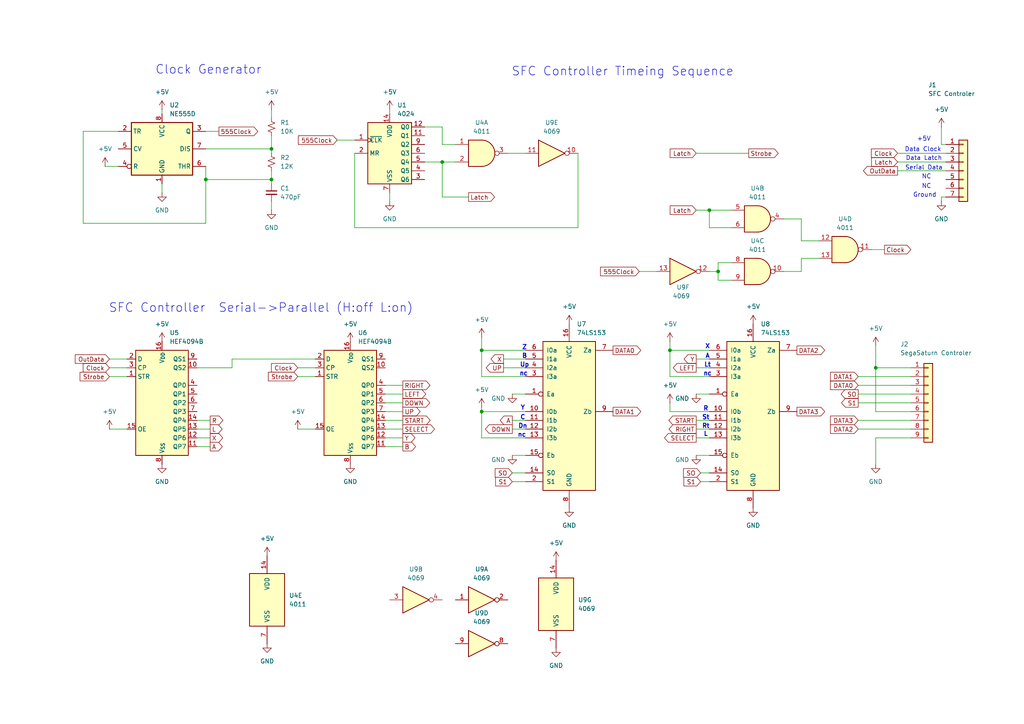
<source format=kicad_sch>
(kicad_sch (version 20231120) (generator "eeschema") (generator_version "8.0")
  (paper "A4")
  (lib_symbols
    (symbol "4xxx:4011" (pin_names (offset 1.016))
      (property "Reference" "U" (at 0 1.27 0))
      (property "Value" "4011" (at 0 -1.27 0))
      (symbol "4011_1_1"
        (arc (start 0 -3.81) (mid 3.7934 0) (end 0 3.81) (stroke (width 0.254)) (fill (type background)))
        (polyline (pts (xy 0 3.81) (xy -3.81 3.81) (xy -3.81 -3.81) (xy 0 -3.81)) (stroke (width 0.254)) (fill (type background)))
        (pin input line (at -7.62 2.54 0) (length 3.81) (name "~") (number "1"))
        (pin input line (at -7.62 -2.54 0) (length 3.81) (name "~") (number "2"))
        (pin output inverted (at 7.62 0 180) (length 3.81) (name "~") (number "3"))
      )
      (symbol "4011_1_2"
        (arc (start -3.81 -3.81) (mid -2.589 0) (end -3.81 3.81) (stroke (width 0.254)))
        (arc (start -0.6096 -3.81) (mid 2.1842 -2.5851) (end 3.81 0) (stroke (width 0.254)) (fill (type background)))
        (polyline (pts (xy -3.81 -3.81) (xy -0.635 -3.81)) (stroke (width 0.254)) (fill (type background)))
        (polyline (pts (xy -3.81 3.81) (xy -0.635 3.81)) (stroke (width 0.254)) (fill (type background)))
        (polyline (pts (xy -0.635 3.81) (xy -3.81 3.81) (xy -3.81 3.81) (xy -3.556 3.4036) (xy -3.0226 2.2606) (xy -2.6924 1.0414) (xy -2.6162 -0.254) (xy -2.7686 -1.4986) (xy -3.175 -2.7178) (xy -3.81 -3.81) (xy -3.81 -3.81) (xy -0.635 -3.81)) (stroke (width -25.4)) (fill (type background)))
        (arc (start 3.81 0) (mid 2.1915 2.5936) (end -0.6096 3.81) (stroke (width 0.254)) (fill (type background)))
        (pin input inverted (at -7.62 2.54 0) (length 4.318) (name "~") (number "1"))
        (pin input inverted (at -7.62 -2.54 0) (length 4.318) (name "~") (number "2"))
        (pin output line (at 7.62 0 180) (length 3.81) (name "~") (number "3"))
      )
      (symbol "4011_2_1"
        (arc (start 0 -3.81) (mid 3.7934 0) (end 0 3.81) (stroke (width 0.254)) (fill (type background)))
        (polyline (pts (xy 0 3.81) (xy -3.81 3.81) (xy -3.81 -3.81) (xy 0 -3.81)) (stroke (width 0.254)) (fill (type background)))
        (pin output inverted (at 7.62 0 180) (length 3.81) (name "~") (number "4"))
        (pin input line (at -7.62 2.54 0) (length 3.81) (name "~") (number "5"))
        (pin input line (at -7.62 -2.54 0) (length 3.81) (name "~") (number "6"))
      )
      (symbol "4011_2_2"
        (arc (start -3.81 -3.81) (mid -2.589 0) (end -3.81 3.81) (stroke (width 0.254)))
        (arc (start -0.6096 -3.81) (mid 2.1842 -2.5851) (end 3.81 0) (stroke (width 0.254)) (fill (type background)))
        (polyline (pts (xy -3.81 -3.81) (xy -0.635 -3.81)) (stroke (width 0.254)) (fill (type background)))
        (polyline (pts (xy -3.81 3.81) (xy -0.635 3.81)) (stroke (width 0.254)) (fill (type background)))
        (polyline (pts (xy -0.635 3.81) (xy -3.81 3.81) (xy -3.81 3.81) (xy -3.556 3.4036) (xy -3.0226 2.2606) (xy -2.6924 1.0414) (xy -2.6162 -0.254) (xy -2.7686 -1.4986) (xy -3.175 -2.7178) (xy -3.81 -3.81) (xy -3.81 -3.81) (xy -0.635 -3.81)) (stroke (width -25.4)) (fill (type background)))
        (arc (start 3.81 0) (mid 2.1915 2.5936) (end -0.6096 3.81) (stroke (width 0.254)) (fill (type background)))
        (pin output line (at 7.62 0 180) (length 3.81) (name "~") (number "4"))
        (pin input inverted (at -7.62 2.54 0) (length 4.318) (name "~") (number "5"))
        (pin input inverted (at -7.62 -2.54 0) (length 4.318) (name "~") (number "6"))
      )
      (symbol "4011_3_1"
        (arc (start 0 -3.81) (mid 3.7934 0) (end 0 3.81) (stroke (width 0.254)) (fill (type background)))
        (polyline (pts (xy 0 3.81) (xy -3.81 3.81) (xy -3.81 -3.81) (xy 0 -3.81)) (stroke (width 0.254)) (fill (type background)))
        (pin output inverted (at 7.62 0 180) (length 3.81) (name "~") (number "10"))
        (pin input line (at -7.62 2.54 0) (length 3.81) (name "~") (number "8"))
        (pin input line (at -7.62 -2.54 0) (length 3.81) (name "~") (number "9"))
      )
      (symbol "4011_3_2"
        (arc (start -3.81 -3.81) (mid -2.589 0) (end -3.81 3.81) (stroke (width 0.254)))
        (arc (start -0.6096 -3.81) (mid 2.1842 -2.5851) (end 3.81 0) (stroke (width 0.254)) (fill (type background)))
        (polyline (pts (xy -3.81 -3.81) (xy -0.635 -3.81)) (stroke (width 0.254)) (fill (type background)))
        (polyline (pts (xy -3.81 3.81) (xy -0.635 3.81)) (stroke (width 0.254)) (fill (type background)))
        (polyline (pts (xy -0.635 3.81) (xy -3.81 3.81) (xy -3.81 3.81) (xy -3.556 3.4036) (xy -3.0226 2.2606) (xy -2.6924 1.0414) (xy -2.6162 -0.254) (xy -2.7686 -1.4986) (xy -3.175 -2.7178) (xy -3.81 -3.81) (xy -3.81 -3.81) (xy -0.635 -3.81)) (stroke (width -25.4)) (fill (type background)))
        (arc (start 3.81 0) (mid 2.1915 2.5936) (end -0.6096 3.81) (stroke (width 0.254)) (fill (type background)))
        (pin output line (at 7.62 0 180) (length 3.81) (name "~") (number "10"))
        (pin input inverted (at -7.62 2.54 0) (length 4.318) (name "~") (number "8"))
        (pin input inverted (at -7.62 -2.54 0) (length 4.318) (name "~") (number "9"))
      )
      (symbol "4011_4_1"
        (arc (start 0 -3.81) (mid 3.7934 0) (end 0 3.81) (stroke (width 0.254)) (fill (type background)))
        (polyline (pts (xy 0 3.81) (xy -3.81 3.81) (xy -3.81 -3.81) (xy 0 -3.81)) (stroke (width 0.254)) (fill (type background)))
        (pin output inverted (at 7.62 0 180) (length 3.81) (name "~") (number "11"))
        (pin input line (at -7.62 2.54 0) (length 3.81) (name "~") (number "12"))
        (pin input line (at -7.62 -2.54 0) (length 3.81) (name "~") (number "13"))
      )
      (symbol "4011_4_2"
        (arc (start -3.81 -3.81) (mid -2.589 0) (end -3.81 3.81) (stroke (width 0.254)))
        (arc (start -0.6096 -3.81) (mid 2.1842 -2.5851) (end 3.81 0) (stroke (width 0.254)) (fill (type background)))
        (polyline (pts (xy -3.81 -3.81) (xy -0.635 -3.81)) (stroke (width 0.254)) (fill (type background)))
        (polyline (pts (xy -3.81 3.81) (xy -0.635 3.81)) (stroke (width 0.254)) (fill (type background)))
        (polyline (pts (xy -0.635 3.81) (xy -3.81 3.81) (xy -3.81 3.81) (xy -3.556 3.4036) (xy -3.0226 2.2606) (xy -2.6924 1.0414) (xy -2.6162 -0.254) (xy -2.7686 -1.4986) (xy -3.175 -2.7178) (xy -3.81 -3.81) (xy -3.81 -3.81) (xy -0.635 -3.81)) (stroke (width -25.4)) (fill (type background)))
        (arc (start 3.81 0) (mid 2.1915 2.5936) (end -0.6096 3.81) (stroke (width 0.254)) (fill (type background)))
        (pin output line (at 7.62 0 180) (length 3.81) (name "~") (number "11"))
        (pin input inverted (at -7.62 2.54 0) (length 4.318) (name "~") (number "12"))
        (pin input inverted (at -7.62 -2.54 0) (length 4.318) (name "~") (number "13"))
      )
      (symbol "4011_5_0"
        (pin power_in line (at 0 12.7 270) (length 5.08) (name "VDD") (number "14"))
        (pin power_in line (at 0 -12.7 90) (length 5.08) (name "VSS") (number "7"))
      )
      (symbol "4011_5_1"
        (rectangle (start -5.08 7.62) (end 5.08 -7.62) (stroke (width 0.254)) (fill (type background)))
      )
    )
    (symbol "4xxx:4069" (pin_names (offset 1.016))
      (property "Reference" "U" (at 0 1.27 0))
      (property "Value" "4069" (at 0 -1.27 0))
      (symbol "4069_1_0"
        (polyline (pts (xy -3.81 3.81) (xy -3.81 -3.81) (xy 3.81 0) (xy -3.81 3.81)) (stroke (width 0.254)) (fill (type background)))
        (pin input line (at -7.62 0 0) (length 3.81) (name "~") (number "1"))
        (pin output inverted (at 7.62 0 180) (length 3.81) (name "~") (number "2"))
      )
      (symbol "4069_2_0"
        (polyline (pts (xy -3.81 3.81) (xy -3.81 -3.81) (xy 3.81 0) (xy -3.81 3.81)) (stroke (width 0.254)) (fill (type background)))
        (pin input line (at -7.62 0 0) (length 3.81) (name "~") (number "3"))
        (pin output inverted (at 7.62 0 180) (length 3.81) (name "~") (number "4"))
      )
      (symbol "4069_3_0"
        (polyline (pts (xy -3.81 3.81) (xy -3.81 -3.81) (xy 3.81 0) (xy -3.81 3.81)) (stroke (width 0.254)) (fill (type background)))
        (pin input line (at -7.62 0 0) (length 3.81) (name "~") (number "5"))
        (pin output inverted (at 7.62 0 180) (length 3.81) (name "~") (number "6"))
      )
      (symbol "4069_4_0"
        (polyline (pts (xy -3.81 3.81) (xy -3.81 -3.81) (xy 3.81 0) (xy -3.81 3.81)) (stroke (width 0.254)) (fill (type background)))
        (pin output inverted (at 7.62 0 180) (length 3.81) (name "~") (number "8"))
        (pin input line (at -7.62 0 0) (length 3.81) (name "~") (number "9"))
      )
      (symbol "4069_5_0"
        (polyline (pts (xy -3.81 3.81) (xy -3.81 -3.81) (xy 3.81 0) (xy -3.81 3.81)) (stroke (width 0.254)) (fill (type background)))
        (pin output inverted (at 7.62 0 180) (length 3.81) (name "~") (number "10"))
        (pin input line (at -7.62 0 0) (length 3.81) (name "~") (number "11"))
      )
      (symbol "4069_6_0"
        (polyline (pts (xy -3.81 3.81) (xy -3.81 -3.81) (xy 3.81 0) (xy -3.81 3.81)) (stroke (width 0.254)) (fill (type background)))
        (pin output inverted (at 7.62 0 180) (length 3.81) (name "~") (number "12"))
        (pin input line (at -7.62 0 0) (length 3.81) (name "~") (number "13"))
      )
      (symbol "4069_7_0"
        (pin power_in line (at 0 12.7 270) (length 5.08) (name "VDD") (number "14"))
        (pin power_in line (at 0 -12.7 90) (length 5.08) (name "VSS") (number "7"))
      )
      (symbol "4069_7_1"
        (rectangle (start -5.08 7.62) (end 5.08 -7.62) (stroke (width 0.254)) (fill (type background)))
      )
    )
    (symbol "4xxx:HEF4094B"
      (property "Reference" "U" (at -6.858 17.018 0))
      (property "Value" "HEF4094B" (at 6.858 16.764 0))
      (symbol "HEF4094B_1_0"
        (pin output line (at 10.16 10.16 180) (length 2.54) (name "QS2") (number "10"))
        (pin output line (at 10.16 -12.7 180) (length 2.54) (name "QP7") (number "11"))
        (pin output line (at 10.16 -10.16 180) (length 2.54) (name "QP6") (number "12"))
        (pin output line (at 10.16 -7.62 180) (length 2.54) (name "QP5") (number "13"))
        (pin output line (at 10.16 -5.08 180) (length 2.54) (name "QP4") (number "14"))
        (pin input line (at -10.16 -7.62 0) (length 2.54) (name "OE") (number "15"))
        (pin power_in line (at 0 17.78 270) (length 2.54) (name "V_{DD}") (number "16"))
        (pin output line (at 10.16 2.54 180) (length 2.54) (name "QP1") (number "5"))
        (pin output line (at 10.16 0 180) (length 2.54) (name "QP2") (number "6"))
        (pin output line (at 10.16 -2.54 180) (length 2.54) (name "QP3") (number "7"))
        (pin power_in line (at 0 -17.78 90) (length 2.54) (name "V_{SS}") (number "8"))
        (pin output line (at 10.16 12.7 180) (length 2.54) (name "QS1") (number "9"))
      )
      (symbol "HEF4094B_1_1"
        (rectangle (start -7.62 15.24) (end 7.62 -15.24) (stroke (width 0.254)) (fill (type background)))
        (pin input line (at -10.16 7.62 0) (length 2.54) (name "STR") (number "1"))
        (pin input line (at -10.16 12.7 0) (length 2.54) (name "D") (number "2"))
        (pin input line (at -10.16 10.16 0) (length 2.54) (name "CP") (number "3"))
        (pin output line (at 10.16 5.08 180) (length 2.54) (name "QP0") (number "4"))
      )
    )
    (symbol "4xxx_IEEE:4024"
      (property "Reference" "U" (at 5.08 11.43 0))
      (property "Value" "4024" (at 10.16 -10.16 0))
      (symbol "4024_0_0"
        (rectangle (start -6.35 10.16) (end 6.35 -7.62) (stroke (width 0.254)) (fill (type background)))
        (pin power_in line (at 0 12.7 270) (length 2.54) (name "VDD") (number "14"))
        (pin power_in line (at 0 -10.16 90) (length 2.54) (name "VSS") (number "7"))
      )
      (symbol "4024_1_1"
        (pin input clock (at -10.16 5.08 0) (length 3.81) (name "~{CLK}") (number "1"))
        (pin output line (at 10.16 6.35 180) (length 3.81) (name "Q1") (number "11"))
        (pin output line (at 10.16 8.89 180) (length 3.81) (name "Q0") (number "12"))
        (pin input line (at -10.16 1.27 0) (length 3.81) (name "MR") (number "2"))
        (pin output line (at 10.16 -6.35 180) (length 3.81) (name "Q6") (number "3"))
        (pin output line (at 10.16 -3.81 180) (length 3.81) (name "Q5") (number "4"))
        (pin output line (at 10.16 -1.27 180) (length 3.81) (name "Q4") (number "5"))
        (pin output line (at 10.16 1.27 180) (length 3.81) (name "Q3") (number "6"))
        (pin output line (at 10.16 3.81 180) (length 3.81) (name "Q2") (number "9"))
      )
    )
    (symbol "74xx:74LS153" (pin_names (offset 1.016))
      (property "Reference" "U" (at -7.62 21.59 0))
      (property "Value" "74LS153" (at -7.62 -24.13 0))
      (symbol "74LS153_1_0"
        (pin input inverted (at -12.7 5.08 0) (length 5.08) (name "Ea") (number "1"))
        (pin input line (at -12.7 0 0) (length 5.08) (name "I0b") (number "10"))
        (pin input line (at -12.7 -2.54 0) (length 5.08) (name "I1b") (number "11"))
        (pin input line (at -12.7 -5.08 0) (length 5.08) (name "I2b") (number "12"))
        (pin input line (at -12.7 -7.62 0) (length 5.08) (name "I3b") (number "13"))
        (pin input line (at -12.7 -17.78 0) (length 5.08) (name "S0") (number "14"))
        (pin input inverted (at -12.7 -12.7 0) (length 5.08) (name "Eb") (number "15"))
        (pin power_in line (at 0 25.4 270) (length 5.08) (name "VCC") (number "16"))
        (pin input line (at -12.7 -20.32 0) (length 5.08) (name "S1") (number "2"))
        (pin input line (at -12.7 10.16 0) (length 5.08) (name "I3a") (number "3"))
        (pin input line (at -12.7 12.7 0) (length 5.08) (name "I2a") (number "4"))
        (pin input line (at -12.7 15.24 0) (length 5.08) (name "I1a") (number "5"))
        (pin input line (at -12.7 17.78 0) (length 5.08) (name "I0a") (number "6"))
        (pin output line (at 12.7 17.78 180) (length 5.08) (name "Za") (number "7"))
        (pin power_in line (at 0 -27.94 90) (length 5.08) (name "GND") (number "8"))
        (pin output line (at 12.7 0 180) (length 5.08) (name "Zb") (number "9"))
      )
      (symbol "74LS153_1_1"
        (rectangle (start -7.62 20.32) (end 7.62 -22.86) (stroke (width 0.254)) (fill (type background)))
      )
    )
    (symbol "Connector_Generic:Conn_01x07" (pin_names (offset 1.016) hide)
      (property "Reference" "J" (at 0 10.16 0))
      (property "Value" "Conn_01x07" (at 0 -10.16 0))
      (symbol "Conn_01x07_1_1"
        (rectangle (start -1.27 -7.493) (end 0 -7.747) (stroke (width 0.1524)))
        (rectangle (start -1.27 -4.953) (end 0 -5.207) (stroke (width 0.1524)))
        (rectangle (start -1.27 -2.413) (end 0 -2.667) (stroke (width 0.1524)))
        (rectangle (start -1.27 0.127) (end 0 -0.127) (stroke (width 0.1524)))
        (rectangle (start -1.27 2.667) (end 0 2.413) (stroke (width 0.1524)))
        (rectangle (start -1.27 5.207) (end 0 4.953) (stroke (width 0.1524)))
        (rectangle (start -1.27 7.747) (end 0 7.493) (stroke (width 0.1524)))
        (rectangle (start -1.27 8.89) (end 1.27 -8.89) (stroke (width 0.254)) (fill (type background)))
        (pin passive line (at -5.08 7.62 0) (length 3.81) (name "Pin_1") (number "1"))
        (pin passive line (at -5.08 5.08 0) (length 3.81) (name "Pin_2") (number "2"))
        (pin passive line (at -5.08 2.54 0) (length 3.81) (name "Pin_3") (number "3"))
        (pin passive line (at -5.08 0 0) (length 3.81) (name "Pin_4") (number "4"))
        (pin passive line (at -5.08 -2.54 0) (length 3.81) (name "Pin_5") (number "5"))
        (pin passive line (at -5.08 -5.08 0) (length 3.81) (name "Pin_6") (number "6"))
        (pin passive line (at -5.08 -7.62 0) (length 3.81) (name "Pin_7") (number "7"))
      )
    )
    (symbol "Connector_Generic:Conn_01x09" (pin_names (offset 1.016) hide)
      (property "Reference" "J" (at 0 12.7 0))
      (property "Value" "Conn_01x09" (at 0 -12.7 0))
      (symbol "Conn_01x09_1_1"
        (rectangle (start -1.27 -10.033) (end 0 -10.287) (stroke (width 0.1524)))
        (rectangle (start -1.27 -7.493) (end 0 -7.747) (stroke (width 0.1524)))
        (rectangle (start -1.27 -4.953) (end 0 -5.207) (stroke (width 0.1524)))
        (rectangle (start -1.27 -2.413) (end 0 -2.667) (stroke (width 0.1524)))
        (rectangle (start -1.27 0.127) (end 0 -0.127) (stroke (width 0.1524)))
        (rectangle (start -1.27 2.667) (end 0 2.413) (stroke (width 0.1524)))
        (rectangle (start -1.27 5.207) (end 0 4.953) (stroke (width 0.1524)))
        (rectangle (start -1.27 7.747) (end 0 7.493) (stroke (width 0.1524)))
        (rectangle (start -1.27 10.287) (end 0 10.033) (stroke (width 0.1524)))
        (rectangle (start -1.27 11.43) (end 1.27 -11.43) (stroke (width 0.254)) (fill (type background)))
        (pin passive line (at -5.08 10.16 0) (length 3.81) (name "Pin_1") (number "1"))
        (pin passive line (at -5.08 7.62 0) (length 3.81) (name "Pin_2") (number "2"))
        (pin passive line (at -5.08 5.08 0) (length 3.81) (name "Pin_3") (number "3"))
        (pin passive line (at -5.08 2.54 0) (length 3.81) (name "Pin_4") (number "4"))
        (pin passive line (at -5.08 0 0) (length 3.81) (name "Pin_5") (number "5"))
        (pin passive line (at -5.08 -2.54 0) (length 3.81) (name "Pin_6") (number "6"))
        (pin passive line (at -5.08 -5.08 0) (length 3.81) (name "Pin_7") (number "7"))
        (pin passive line (at -5.08 -7.62 0) (length 3.81) (name "Pin_8") (number "8"))
        (pin passive line (at -5.08 -10.16 0) (length 3.81) (name "Pin_9") (number "9"))
      )
    )
    (symbol "Device:C_Small" (pin_numbers hide) (pin_names (offset 0.254) hide)
      (property "Reference" "C" (at 0.254 1.778 0))
      (property "Value" "C_Small" (at 0.254 -2.032 0))
      (symbol "C_Small_0_1"
        (polyline (pts (xy -1.524 -0.508) (xy 1.524 -0.508)) (stroke (width 0.3302)))
        (polyline (pts (xy -1.524 0.508) (xy 1.524 0.508)) (stroke (width 0.3048)))
      )
      (symbol "C_Small_1_1"
        (pin passive line (at 0 2.54 270) (length 2.032) (name "~") (number "1"))
        (pin passive line (at 0 -2.54 90) (length 2.032) (name "~") (number "2"))
      )
    )
    (symbol "Device:R_Small_US" (pin_numbers hide) (pin_names (offset 0.254) hide)
      (property "Reference" "R" (at 0.762 0.508 0))
      (property "Value" "R_Small_US" (at 0.762 -1.016 0))
      (symbol "R_Small_US_1_1"
        (polyline (pts (xy 0 0) (xy 1.016 -0.381) (xy 0 -0.762) (xy -1.016 -1.143) (xy 0 -1.524)))
        (polyline (pts (xy 0 1.524) (xy 1.016 1.143) (xy 0 0.762) (xy -1.016 0.381) (xy 0 0)))
        (pin passive line (at 0 2.54 270) (length 1.016) (name "~") (number "1"))
        (pin passive line (at 0 -2.54 90) (length 1.016) (name "~") (number "2"))
      )
    )
    (symbol "Timer:NE555D"
      (property "Reference" "U" (at -10.16 8.89 0))
      (property "Value" "NE555D" (at 2.54 8.89 0))
      (symbol "NE555D_0_0"
        (pin power_in line (at 0 -10.16 90) (length 2.54) (name "GND") (number "1"))
        (pin power_in line (at 0 10.16 270) (length 2.54) (name "VCC") (number "8"))
      )
      (symbol "NE555D_0_1"
        (rectangle (start -8.89 -7.62) (end 8.89 7.62) (stroke (width 0.254)) (fill (type background)))
        (rectangle (start -8.89 -7.62) (end 8.89 7.62) (stroke (width 0.254)) (fill (type background)))
      )
      (symbol "NE555D_1_1"
        (pin input line (at -12.7 5.08 0) (length 3.81) (name "TR") (number "2"))
        (pin output line (at 12.7 5.08 180) (length 3.81) (name "Q") (number "3"))
        (pin input inverted (at -12.7 -5.08 0) (length 3.81) (name "R") (number "4"))
        (pin input line (at -12.7 0 0) (length 3.81) (name "CV") (number "5"))
        (pin input line (at 12.7 -5.08 180) (length 3.81) (name "THR") (number "6"))
        (pin input line (at 12.7 0 180) (length 3.81) (name "DIS") (number "7"))
      )
    )
    (symbol "power:+5V" (power) (pin_numbers hide) (pin_names (offset 0) hide)
      (property "Value" "+5V" (at 0 3.556 0))
      (symbol "+5V_0_1"
        (polyline (pts (xy -0.762 1.27) (xy 0 2.54)))
        (polyline (pts (xy 0 0) (xy 0 2.54)))
        (polyline (pts (xy 0 2.54) (xy 0.762 1.27)))
      )
      (symbol "+5V_1_1"
        (pin power_in line (at 0 0 90) (length 0) (name "~") (number "1"))
      )
    )
    (symbol "power:GND" (power) (pin_numbers hide) (pin_names (offset 0) hide)
      (property "Value" "GND" (at 0 -3.81 0))
      (symbol "GND_0_1"
        (polyline (pts (xy 0 0) (xy 0 -1.27) (xy 1.27 -1.27) (xy 0 -2.54) (xy -1.27 -1.27) (xy 0 -1.27)))
      )
      (symbol "GND_1_1"
        (pin power_in line (at 0 0 270) (length 0) (name "~") (number "1"))
      )
    )
  )
  (junction (at 78.74 52.07))
  (junction (at 254 106.68))
  (junction (at 205.74 60.96))
  (junction (at 208.28 78.74))
  (junction (at 78.74 43.18))
  (junction (at 128.27 46.99))
  (junction (at 139.7 119.38))
  (junction (at 139.7 101.6))
  (junction (at 59.69 52.07))
  (junction (at 194.31 101.6))
  (wire (pts (xy 194.31 101.6) (xy 194.31 99.06)))
  (wire (pts (xy 248.92 111.76) (xy 264.16 111.76)))
  (wire (pts (xy 248.92 116.84) (xy 264.16 116.84)))
  (wire (pts (xy 201.93 114.3) (xy 205.74 114.3)))
  (wire (pts (xy 232.41 74.93) (xy 232.41 78.74)))
  (wire (pts (xy 205.74 101.6) (xy 194.31 101.6)))
  (wire (pts (xy 31.75 124.46) (xy 36.83 124.46)))
  (wire (pts (xy 78.74 58.42) (xy 78.74 60.96)))
  (wire (pts (xy 102.87 44.45) (xy 102.87 66.04)))
  (wire (pts (xy 203.2 137.16) (xy 205.74 137.16)))
  (wire (pts (xy 201.93 104.14) (xy 205.74 104.14)))
  (wire (pts (xy 232.41 78.74) (xy 227.33 78.74)))
  (wire (pts (xy 57.15 129.54) (xy 60.96 129.54)))
  (wire (pts (xy 123.19 46.99) (xy 128.27 46.99)))
  (wire (pts (xy 59.69 43.18) (xy 78.74 43.18)))
  (wire (pts (xy 128.27 41.91) (xy 132.08 41.91)))
  (wire (pts (xy 116.84 127) (xy 111.76 127)))
  (wire (pts (xy 237.49 74.93) (xy 232.41 74.93)))
  (wire (pts (xy 123.19 36.83) (xy 128.27 36.83)))
  (wire (pts (xy 24.13 38.1) (xy 24.13 64.77)))
  (wire (pts (xy 86.36 109.22) (xy 91.44 109.22)))
  (wire (pts (xy 264.16 106.68) (xy 254 106.68)))
  (wire (pts (xy 67.31 106.68) (xy 67.31 104.14)))
  (wire (pts (xy 205.74 60.96) (xy 205.74 66.04)))
  (wire (pts (xy 227.33 63.5) (xy 232.41 63.5)))
  (wire (pts (xy 201.93 60.96) (xy 205.74 60.96)))
  (wire (pts (xy 152.4 127) (xy 139.7 127)))
  (wire (pts (xy 111.76 121.92) (xy 116.84 121.92)))
  (wire (pts (xy 46.99 53.34) (xy 46.99 55.88)))
  (wire (pts (xy 116.84 129.54) (xy 111.76 129.54)))
  (wire (pts (xy 86.36 124.46) (xy 91.44 124.46)))
  (wire (pts (xy 260.35 49.53) (xy 274.32 49.53)))
  (wire (pts (xy 201.93 132.08) (xy 205.74 132.08)))
  (wire (pts (xy 57.15 124.46) (xy 60.96 124.46)))
  (wire (pts (xy 248.92 124.46) (xy 264.16 124.46)))
  (wire (pts (xy 57.15 106.68) (xy 67.31 106.68)))
  (wire (pts (xy 201.93 106.68) (xy 205.74 106.68)))
  (wire (pts (xy 30.48 48.26) (xy 34.29 48.26)))
  (wire (pts (xy 201.93 124.46) (xy 205.74 124.46)))
  (wire (pts (xy 111.76 111.76) (xy 116.84 111.76)))
  (wire (pts (xy 148.59 132.08) (xy 152.4 132.08)))
  (wire (pts (xy 254 106.68) (xy 254 100.33)))
  (wire (pts (xy 111.76 116.84) (xy 116.84 116.84)))
  (wire (pts (xy 59.69 64.77) (xy 59.69 52.07)))
  (wire (pts (xy 139.7 97.79) (xy 139.7 101.6)))
  (wire (pts (xy 128.27 36.83) (xy 128.27 41.91)))
  (wire (pts (xy 86.36 106.68) (xy 91.44 106.68)))
  (wire (pts (xy 31.75 104.14) (xy 36.83 104.14)))
  (wire (pts (xy 208.28 76.2) (xy 208.28 78.74)))
  (wire (pts (xy 57.15 121.92) (xy 60.96 121.92)))
  (wire (pts (xy 139.7 119.38) (xy 139.7 127)))
  (wire (pts (xy 24.13 64.77) (xy 59.69 64.77)))
  (wire (pts (xy 274.32 57.15) (xy 273.05 57.15)))
  (wire (pts (xy 232.41 63.5) (xy 232.41 69.85)))
  (wire (pts (xy 111.76 119.38) (xy 116.84 119.38)))
  (wire (pts (xy 212.09 66.04) (xy 205.74 66.04)))
  (wire (pts (xy 232.41 69.85) (xy 237.49 69.85)))
  (wire (pts (xy 152.4 119.38) (xy 139.7 119.38)))
  (wire (pts (xy 31.75 109.22) (xy 36.83 109.22)))
  (wire (pts (xy 34.29 38.1) (xy 24.13 38.1)))
  (wire (pts (xy 205.74 78.74) (xy 208.28 78.74)))
  (wire (pts (xy 254 127) (xy 254 134.62)))
  (wire (pts (xy 185.42 78.74) (xy 190.5 78.74)))
  (wire (pts (xy 148.59 139.7) (xy 152.4 139.7)))
  (wire (pts (xy 254 119.38) (xy 254 106.68)))
  (wire (pts (xy 264.16 127) (xy 254 127)))
  (wire (pts (xy 78.74 31.75) (xy 78.74 34.29)))
  (wire (pts (xy 208.28 81.28) (xy 212.09 81.28)))
  (wire (pts (xy 148.59 121.92) (xy 152.4 121.92)))
  (wire (pts (xy 194.31 109.22) (xy 194.31 101.6)))
  (wire (pts (xy 248.92 109.22) (xy 264.16 109.22)))
  (wire (pts (xy 139.7 101.6) (xy 152.4 101.6)))
  (wire (pts (xy 57.15 127) (xy 60.96 127)))
  (wire (pts (xy 148.59 137.16) (xy 152.4 137.16)))
  (wire (pts (xy 102.87 66.04) (xy 167.64 66.04)))
  (wire (pts (xy 113.03 55.88) (xy 113.03 58.42)))
  (wire (pts (xy 113.03 31.75) (xy 113.03 33.02)))
  (wire (pts (xy 273.05 57.15) (xy 273.05 58.42)))
  (wire (pts (xy 59.69 52.07) (xy 78.74 52.07)))
  (wire (pts (xy 260.35 46.99) (xy 274.32 46.99)))
  (wire (pts (xy 256.54 72.39) (xy 252.73 72.39)))
  (wire (pts (xy 205.74 109.22) (xy 194.31 109.22)))
  (wire (pts (xy 128.27 46.99) (xy 128.27 57.15)))
  (wire (pts (xy 78.74 39.37) (xy 78.74 43.18)))
  (wire (pts (xy 274.32 41.91) (xy 273.05 41.91)))
  (wire (pts (xy 203.2 139.7) (xy 205.74 139.7)))
  (wire (pts (xy 147.32 44.45) (xy 152.4 44.45)))
  (wire (pts (xy 208.28 78.74) (xy 208.28 81.28)))
  (wire (pts (xy 78.74 43.18) (xy 78.74 44.45)))
  (wire (pts (xy 205.74 119.38) (xy 194.31 119.38)))
  (wire (pts (xy 260.35 44.45) (xy 274.32 44.45)))
  (wire (pts (xy 97.79 40.64) (xy 102.87 40.64)))
  (wire (pts (xy 139.7 118.11) (xy 139.7 119.38)))
  (wire (pts (xy 31.75 106.68) (xy 36.83 106.68)))
  (wire (pts (xy 111.76 114.3) (xy 116.84 114.3)))
  (wire (pts (xy 248.92 121.92) (xy 264.16 121.92)))
  (wire (pts (xy 146.05 106.68) (xy 152.4 106.68)))
  (wire (pts (xy 59.69 38.1) (xy 63.5 38.1)))
  (wire (pts (xy 78.74 49.53) (xy 78.74 52.07)))
  (wire (pts (xy 264.16 119.38) (xy 254 119.38)))
  (wire (pts (xy 201.93 44.45) (xy 217.17 44.45)))
  (wire (pts (xy 201.93 121.92) (xy 205.74 121.92)))
  (wire (pts (xy 167.64 66.04) (xy 167.64 44.45)))
  (wire (pts (xy 111.76 124.46) (xy 116.84 124.46)))
  (wire (pts (xy 194.31 119.38) (xy 194.31 116.84)))
  (wire (pts (xy 67.31 104.14) (xy 91.44 104.14)))
  (wire (pts (xy 248.92 114.3) (xy 264.16 114.3)))
  (wire (pts (xy 273.05 41.91) (xy 273.05 36.83)))
  (wire (pts (xy 46.99 31.75) (xy 46.99 33.02)))
  (wire (pts (xy 59.69 52.07) (xy 59.69 48.26)))
  (wire (pts (xy 146.05 104.14) (xy 152.4 104.14)))
  (wire (pts (xy 148.59 124.46) (xy 152.4 124.46)))
  (wire (pts (xy 148.59 114.3) (xy 152.4 114.3)))
  (wire (pts (xy 128.27 46.99) (xy 132.08 46.99)))
  (wire (pts (xy 78.74 52.07) (xy 78.74 53.34)))
  (wire (pts (xy 205.74 60.96) (xy 212.09 60.96)))
  (wire (pts (xy 212.09 76.2) (xy 208.28 76.2)))
  (wire (pts (xy 139.7 109.22) (xy 152.4 109.22)))
  (wire (pts (xy 139.7 101.6) (xy 139.7 109.22)))
  (wire (pts (xy 201.93 127) (xy 205.74 127)))
  (wire (pts (xy 128.27 57.15) (xy 135.89 57.15)))
  (text "Up" (at 152.146 105.918 0) (effects (font (size 1.27 1.27) (bold yes))))
  (text "R" (at 204.724 118.618 0) (effects (font (size 1.27 1.27) (thickness 0.254) (bold yes))))
  (text "Lt" (at 205.232 105.918 0) (effects (font (size 1.27 1.27) (thickness 0.254) (bold yes))))
  (text "A" (at 205.232 103.378 0) (effects (font (size 1.27 1.27) (thickness 0.254) (bold yes))))
  (text "Z" (at 152.146 100.838 0) (effects (font (size 1.27 1.27) (thickness 0.254) (bold yes))))
  (text "NC" (at 268.732 54.102 0) (effects (font (size 1.27 1.27))))
  (text "L" (at 204.724 125.984 0) (effects (font (size 1.27 1.27) (thickness 0.254) (bold yes))))
  (text "Data Clock" (at 267.716 43.434 0) (effects (font (size 1.27 1.27))))
  (text "nc" (at 151.384 126.238 0) (effects (font (size 1.27 1.27) (bold yes))))
  (text "nc" (at 205.232 108.458 0) (effects (font (size 1.27 1.27) (bold yes))))
  (text "X" (at 205.232 100.584 0) (effects (font (size 1.27 1.27) (thickness 0.254) (bold yes))))
  (text "B" (at 152.146 103.378 0) (effects (font (size 1.27 1.27) (bold yes))))
  (text "Rt" (at 204.724 123.698 0) (effects (font (size 1.27 1.27) (thickness 0.254) (bold yes))))
  (text "Serial Data" (at 267.97 48.768 0) (effects (font (size 1.27 1.27))))
  (text "Dn" (at 151.638 123.698 0) (effects (font (size 1.27 1.27) (thickness 0.254) (bold yes))))
  (text "NC" (at 268.732 51.308 0) (effects (font (size 1.27 1.27))))
  (text "St" (at 204.724 121.158 0) (effects (font (size 1.27 1.27) (thickness 0.254) (bold yes))))
  (text "SFC Controller  Serial->Parallel (H:off L:on)" (at 75.692 89.408 0) (effects (font (size 2.54 2.54))))
  (text "Ground" (at 268.224 56.642 0) (effects (font (size 1.27 1.27))))
  (text "SFC Controller Timeing Sequence" (at 180.594 20.828 0) (effects (font (size 2.54 2.54))))
  (text "C" (at 151.638 121.158 0) (effects (font (size 1.27 1.27) (thickness 0.254) (bold yes))))
  (text "Data Latch" (at 267.97 45.974 0) (effects (font (size 1.27 1.27))))
  (text "nc" (at 151.892 108.458 0) (effects (font (size 1.27 1.27) (bold yes))))
  (text "Y" (at 151.638 118.364 0) (effects (font (size 1.27 1.27) (thickness 0.254) (bold yes))))
  (text "+5V" (at 267.97 40.386 0) (effects (font (size 1.27 1.27))))
  (text "Clock Generator" (at 60.452 20.32 0) (effects (font (size 2.54 2.54))))
  (global_label "DOWN" (shape output) (at 116.84 116.84 0) (property "Intersheetrefs" "${INTERSHEET_REFS}" (effects (hide yes))))
  (global_label "R" (shape output) (at 60.96 121.92 0) (property "Intersheetrefs" "${INTERSHEET_REFS}" (effects (hide yes))))
  (global_label "SO" (shape input) (at 148.59 137.16 180) (property "Intersheetrefs" "${INTERSHEET_REFS}" (effects (hide yes))))
  (global_label "Clock" (shape input) (at 260.35 44.45 180) (property "Intersheetrefs" "${INTERSHEET_REFS}" (effects (hide yes))))
  (global_label "Strobe" (shape input) (at 86.36 109.22 180) (property "Intersheetrefs" "${INTERSHEET_REFS}" (effects (hide yes))))
  (global_label "X" (shape output) (at 60.96 127 0) (property "Intersheetrefs" "${INTERSHEET_REFS}" (effects (hide yes))))
  (global_label "UP" (shape output) (at 146.05 106.68 180) (property "Intersheetrefs" "${INTERSHEET_REFS}" (effects (hide yes))))
  (global_label "OutData" (shape input) (at 31.75 104.14 180) (property "Intersheetrefs" "${INTERSHEET_REFS}" (effects (hide yes))))
  (global_label "X" (shape output) (at 146.05 104.14 180) (property "Intersheetrefs" "${INTERSHEET_REFS}" (effects (hide yes))))
  (global_label "L" (shape output) (at 60.96 124.46 0) (property "Intersheetrefs" "${INTERSHEET_REFS}" (effects (hide yes))))
  (global_label "DATA1" (shape output) (at 177.8 119.38 0) (property "Intersheetrefs" "${INTERSHEET_REFS}" (effects (hide yes))))
  (global_label "A" (shape output) (at 60.96 129.54 0) (property "Intersheetrefs" "${INTERSHEET_REFS}" (effects (hide yes))))
  (global_label "Latch" (shape output) (at 135.89 57.15 0) (property "Intersheetrefs" "${INTERSHEET_REFS}" (effects (hide yes))))
  (global_label "Latch" (shape input) (at 201.93 60.96 180) (property "Intersheetrefs" "${INTERSHEET_REFS}" (effects (hide yes))))
  (global_label "Y" (shape output) (at 116.84 127 0) (property "Intersheetrefs" "${INTERSHEET_REFS}" (effects (hide yes))))
  (global_label "Y" (shape output) (at 201.93 104.14 180) (property "Intersheetrefs" "${INTERSHEET_REFS}" (effects (hide yes))))
  (global_label "Strobe" (shape input) (at 31.75 109.22 180) (property "Intersheetrefs" "${INTERSHEET_REFS}" (effects (hide yes))))
  (global_label "LEFT" (shape output) (at 116.84 114.3 0) (property "Intersheetrefs" "${INTERSHEET_REFS}" (effects (hide yes))))
  (global_label "Latch" (shape input) (at 201.93 44.45 180) (property "Intersheetrefs" "${INTERSHEET_REFS}" (effects (hide yes))))
  (global_label "SO" (shape input) (at 203.2 137.16 180) (property "Intersheetrefs" "${INTERSHEET_REFS}" (effects (hide yes))))
  (global_label "Clock" (shape output) (at 256.54 72.39 0) (property "Intersheetrefs" "${INTERSHEET_REFS}" (effects (hide yes))))
  (global_label "A" (shape output) (at 148.59 121.92 180) (property "Intersheetrefs" "${INTERSHEET_REFS}" (effects (hide yes))))
  (global_label "DATA0" (shape output) (at 177.8 101.6 0) (property "Intersheetrefs" "${INTERSHEET_REFS}" (effects (hide yes))))
  (global_label "RIGHT" (shape output) (at 116.84 111.76 0) (property "Intersheetrefs" "${INTERSHEET_REFS}" (effects (hide yes))))
  (global_label "LEFT" (shape output) (at 201.93 106.68 180) (property "Intersheetrefs" "${INTERSHEET_REFS}" (effects (hide yes))))
  (global_label "555Clock" (shape input) (at 185.42 78.74 180) (property "Intersheetrefs" "${INTERSHEET_REFS}" (effects (hide yes))))
  (global_label "DATA3" (shape output) (at 231.14 119.38 0) (property "Intersheetrefs" "${INTERSHEET_REFS}" (effects (hide yes))))
  (global_label "RIGHT" (shape output) (at 201.93 124.46 180) (property "Intersheetrefs" "${INTERSHEET_REFS}" (effects (hide yes))))
  (global_label "SELECT" (shape output) (at 116.84 124.46 0) (property "Intersheetrefs" "${INTERSHEET_REFS}" (effects (hide yes))))
  (global_label "S1" (shape output) (at 248.92 116.84 180) (property "Intersheetrefs" "${INTERSHEET_REFS}" (effects (hide yes))))
  (global_label "Clock" (shape input) (at 31.75 106.68 180) (property "Intersheetrefs" "${INTERSHEET_REFS}" (effects (hide yes))))
  (global_label "OutData" (shape output) (at 260.35 49.53 180) (property "Intersheetrefs" "${INTERSHEET_REFS}" (effects (hide yes))))
  (global_label "DATA3" (shape input) (at 248.92 121.92 180) (property "Intersheetrefs" "${INTERSHEET_REFS}" (effects (hide yes))))
  (global_label "SO" (shape output) (at 248.92 114.3 180) (property "Intersheetrefs" "${INTERSHEET_REFS}" (effects (hide yes))))
  (global_label "555Clock" (shape output) (at 63.5 38.1 0) (property "Intersheetrefs" "${INTERSHEET_REFS}" (effects (hide yes))))
  (global_label "UP" (shape output) (at 116.84 119.38 0) (property "Intersheetrefs" "${INTERSHEET_REFS}" (effects (hide yes))))
  (global_label "Clock" (shape input) (at 86.36 106.68 180) (property "Intersheetrefs" "${INTERSHEET_REFS}" (effects (hide yes))))
  (global_label "Latch" (shape input) (at 260.35 46.99 180) (property "Intersheetrefs" "${INTERSHEET_REFS}" (effects (hide yes))))
  (global_label "DATA2" (shape input) (at 248.92 124.46 180) (property "Intersheetrefs" "${INTERSHEET_REFS}" (effects (hide yes))))
  (global_label "START" (shape output) (at 116.84 121.92 0) (property "Intersheetrefs" "${INTERSHEET_REFS}" (effects (hide yes))))
  (global_label "DATA2" (shape output) (at 231.14 101.6 0) (property "Intersheetrefs" "${INTERSHEET_REFS}" (effects (hide yes))))
  (global_label "S1" (shape input) (at 203.2 139.7 180) (property "Intersheetrefs" "${INTERSHEET_REFS}" (effects (hide yes))))
  (global_label "DOWN" (shape output) (at 148.59 124.46 180) (property "Intersheetrefs" "${INTERSHEET_REFS}" (effects (hide yes))))
  (global_label "555Clock" (shape input) (at 97.79 40.64 180) (property "Intersheetrefs" "${INTERSHEET_REFS}" (effects (hide yes))))
  (global_label "Strobe" (shape output) (at 217.17 44.45 0) (property "Intersheetrefs" "${INTERSHEET_REFS}" (effects (hide yes))))
  (global_label "DATA1" (shape input) (at 248.92 109.22 180) (property "Intersheetrefs" "${INTERSHEET_REFS}" (effects (hide yes))))
  (global_label "S1" (shape input) (at 148.59 139.7 180) (property "Intersheetrefs" "${INTERSHEET_REFS}" (effects (hide yes))))
  (global_label "B" (shape output) (at 116.84 129.54 0) (property "Intersheetrefs" "${INTERSHEET_REFS}" (effects (hide yes))))
  (global_label "SELECT" (shape output) (at 201.93 127 180) (property "Intersheetrefs" "${INTERSHEET_REFS}" (effects (hide yes))))
  (global_label "DATA0" (shape input) (at 248.92 111.76 180) (property "Intersheetrefs" "${INTERSHEET_REFS}" (effects (hide yes))))
  (global_label "START" (shape output) (at 201.93 121.92 180) (property "Intersheetrefs" "${INTERSHEET_REFS}" (effects (hide yes))))
  (symbol (lib_id "power:+5V") (at 161.29 162.56 0) (unit 1)
    (property "Reference" "#PWR031" (effects (hide yes)))
    (property "Value" "+5V" (at 161.29 157.48 0))
    (property "Description" "Power symbol creates a global label with name \"+5V\"" (effects (hide yes)))
  )
  (symbol (lib_id "power:GND") (at 165.1 147.32 0) (unit 1)
    (property "Reference" "#PWR025" (effects (hide yes)))
    (property "Value" "GND" (at 165.1 152.4 0))
    (property "Description" "Power symbol creates a global label with name \"GND\" , ground" (effects (hide yes)))
  )
  (symbol (lib_id "power:GND") (at 46.99 55.88 0) (unit 1)
    (property "Reference" "#PWR03" (effects (hide yes)))
    (property "Value" "GND" (at 46.99 60.96 0))
    (property "Description" "Power symbol creates a global label with name \"GND\" , ground" (effects (hide yes)))
  )
  (symbol (lib_id "Device:R_Small_US") (at 78.74 36.83 0) (unit 1)
    (property "Reference" "R1" (at 81.28 35.5599 0) (effects (justify left)))
    (property "Value" "10K" (at 81.28 38.0999 0) (effects (justify left)))
    (property "Description" "Resistor, small US symbol" (effects (hide yes)))
  )
  (symbol (lib_id "4xxx:HEF4094B") (at 101.6 116.84 0) (unit 1)
    (property "Reference" "U6" (at 103.7941 96.52 0) (effects (justify left)))
    (property "Value" "HEF4094B" (at 103.7941 99.06 0) (effects (justify left)))
    (property "Datasheet" "https://assets.nexperia.com/documents/data-sheet/HEF4094B.pdf" (effects (hide yes)))
    (property "Description" "8-bit serial-in parallel-out shift register, 3..15V" (effects (hide yes)))
  )
  (symbol (lib_id "4xxx:4011") (at 77.47 173.99 0) (unit 5)
    (property "Reference" "U4" (at 83.82 172.7199 0) (effects (justify left)))
    (property "Value" "4011" (at 83.82 175.2599 0) (effects (justify left)))
    (property "Datasheet" "http://www.intersil.com/content/dam/Intersil/documents/cd40/cd4011bms-12bms-23bms.pdf" (effects (hide yes)))
    (property "Description" "Quad Nand 2 inputs" (effects (hide yes)))
  )
  (symbol (lib_id "4xxx:4011") (at 219.71 63.5 0) (unit 2)
    (property "Reference" "U4" (at 219.7017 54.61 0))
    (property "Value" "4011" (at 219.7017 57.15 0))
    (property "Datasheet" "http://www.intersil.com/content/dam/Intersil/documents/cd40/cd4011bms-12bms-23bms.pdf" (effects (hide yes)))
    (property "Description" "Quad Nand 2 inputs" (effects (hide yes)))
  )
  (symbol (lib_id "power:GND") (at 201.93 114.3 0) (unit 1)
    (property "Reference" "#PWR030" (effects (hide yes)))
    (property "Value" "GND" (at 197.866 115.57 0))
    (property "Description" "Power symbol creates a global label with name \"GND\" , ground" (effects (hide yes)))
  )
  (symbol (lib_id "power:+5V") (at 86.36 124.46 0) (unit 1)
    (property "Reference" "#PWR020" (effects (hide yes)))
    (property "Value" "+5V" (at 86.36 119.38 0))
    (property "Description" "Power symbol creates a global label with name \"+5V\"" (effects (hide yes)))
  )
  (symbol (lib_id "power:GND") (at 218.44 147.32 0) (unit 1)
    (property "Reference" "#PWR026" (effects (hide yes)))
    (property "Value" "GND" (at 218.44 152.4 0))
    (property "Description" "Power symbol creates a global label with name \"GND\" , ground" (effects (hide yes)))
  )
  (symbol (lib_id "Device:C_Small") (at 78.74 55.88 0) (unit 1)
    (property "Reference" "C1" (at 81.28 54.6162 0) (effects (justify left)))
    (property "Value" "470pF" (at 81.28 57.1562 0) (effects (justify left)))
    (property "Description" "Unpolarized capacitor, small symbol" (effects (hide yes)))
  )
  (symbol (lib_id "4xxx:4069") (at 120.65 173.99 0) (unit 2)
    (property "Reference" "U9" (at 120.65 165.1 0))
    (property "Value" "4069" (at 120.65 167.64 0))
    (property "Datasheet" "http://www.intersil.com/content/dam/Intersil/documents/cd40/cd4069ubms.pdf" (effects (hide yes)))
    (property "Description" "Hex inverter" (effects (hide yes)))
  )
  (symbol (lib_id "power:GND") (at 148.59 132.08 0) (unit 1)
    (property "Reference" "#PWR028" (effects (hide yes)))
    (property "Value" "GND" (at 144.526 133.35 0))
    (property "Description" "Power symbol creates a global label with name \"GND\" , ground" (effects (hide yes)))
  )
  (symbol (lib_id "power:GND") (at 273.05 58.42 0) (unit 1)
    (property "Reference" "#PWR013" (effects (hide yes)))
    (property "Value" "GND" (at 273.05 63.5 0))
    (property "Description" "Power symbol creates a global label with name \"GND\" , ground" (effects (hide yes)))
  )
  (symbol (lib_id "74xx:74LS153") (at 218.44 119.38 0) (unit 1)
    (property "Reference" "U8" (at 220.6341 93.98 0) (effects (justify left)))
    (property "Value" "74LS153" (at 220.6341 96.52 0) (effects (justify left)))
    (property "Datasheet" "http://www.ti.com/lit/gpn/sn74LS153" (effects (hide yes)))
    (property "Description" "Dual Multiplexer 4 to 1" (effects (hide yes)))
  )
  (symbol (lib_id "4xxx:4069") (at 160.02 44.45 0) (unit 5)
    (property "Reference" "U9" (at 160.02 35.56 0))
    (property "Value" "4069" (at 160.02 38.1 0))
    (property "Datasheet" "http://www.intersil.com/content/dam/Intersil/documents/cd40/cd4069ubms.pdf" (effects (hide yes)))
    (property "Description" "Hex inverter" (effects (hide yes)))
  )
  (symbol (lib_id "Device:R_Small_US") (at 78.74 46.99 0) (unit 1)
    (property "Reference" "R2" (at 81.28 45.7199 0) (effects (justify left)))
    (property "Value" "12K" (at 81.28 48.2599 0) (effects (justify left)))
    (property "Description" "Resistor, small US symbol" (effects (hide yes)))
  )
  (symbol (lib_id "4xxx:4011") (at 245.11 72.39 0) (unit 4)
    (property "Reference" "U4" (at 245.1017 63.5 0))
    (property "Value" "4011" (at 245.1017 66.04 0))
    (property "Datasheet" "http://www.intersil.com/content/dam/Intersil/documents/cd40/cd4011bms-12bms-23bms.pdf" (effects (hide yes)))
    (property "Description" "Quad Nand 2 inputs" (effects (hide yes)))
  )
  (symbol (lib_id "power:+5V") (at 273.05 36.83 0) (unit 1)
    (property "Reference" "#PWR014" (effects (hide yes)))
    (property "Value" "+5V" (at 273.05 31.75 0))
    (property "Description" "Power symbol creates a global label with name \"+5V\"" (effects (hide yes)))
  )
  (symbol (lib_id "4xxx:4011") (at 139.7 44.45 0) (unit 1)
    (property "Reference" "U4" (at 139.6917 35.56 0))
    (property "Value" "4011" (at 139.6917 38.1 0))
    (property "Datasheet" "http://www.intersil.com/content/dam/Intersil/documents/cd40/cd4011bms-12bms-23bms.pdf" (effects (hide yes)))
    (property "Description" "Quad Nand 2 inputs" (effects (hide yes)))
  )
  (symbol (lib_id "power:+5V") (at 194.31 99.06 0) (unit 1)
    (property "Reference" "#PWR012" (effects (hide yes)))
    (property "Value" "+5V" (at 194.31 93.98 0))
    (property "Description" "Power symbol creates a global label with name \"+5V\"" (effects (hide yes)))
  )
  (symbol (lib_id "74xx:74LS153") (at 165.1 119.38 0) (unit 1)
    (property "Reference" "U7" (at 167.2941 93.98 0) (effects (justify left)))
    (property "Value" "74LS153" (at 167.2941 96.52 0) (effects (justify left)))
    (property "Datasheet" "http://www.ti.com/lit/gpn/sn74LS153" (effects (hide yes)))
    (property "Description" "Dual Multiplexer 4 to 1" (effects (hide yes)))
  )
  (symbol (lib_id "4xxx:4069") (at 161.29 175.26 0) (unit 7)
    (property "Reference" "U9" (at 167.64 173.9899 0) (effects (justify left)))
    (property "Value" "4069" (at 167.64 176.5299 0) (effects (justify left)))
    (property "Datasheet" "http://www.intersil.com/content/dam/Intersil/documents/cd40/cd4069ubms.pdf" (effects (hide yes)))
    (property "Description" "Hex inverter" (effects (hide yes)))
  )
  (symbol (lib_id "4xxx:4011") (at 219.71 78.74 0) (unit 3)
    (property "Reference" "U4" (at 219.7017 69.85 0))
    (property "Value" "4011" (at 219.7017 72.39 0))
    (property "Datasheet" "http://www.intersil.com/content/dam/Intersil/documents/cd40/cd4011bms-12bms-23bms.pdf" (effects (hide yes)))
    (property "Description" "Quad Nand 2 inputs" (effects (hide yes)))
  )
  (symbol (lib_id "power:+5V") (at 218.44 93.98 0) (unit 1)
    (property "Reference" "#PWR024" (effects (hide yes)))
    (property "Value" "+5V" (at 218.44 88.9 0))
    (property "Description" "Power symbol creates a global label with name \"+5V\"" (effects (hide yes)))
  )
  (symbol (lib_id "power:GND") (at 201.93 132.08 0) (unit 1)
    (property "Reference" "#PWR029" (effects (hide yes)))
    (property "Value" "GND" (at 197.866 133.35 0))
    (property "Description" "Power symbol creates a global label with name \"GND\" , ground" (effects (hide yes)))
  )
  (symbol (lib_id "4xxx:4069") (at 139.7 186.69 0) (unit 4)
    (property "Reference" "U9" (at 139.7 177.8 0))
    (property "Value" "4069" (at 139.7 180.34 0))
    (property "Datasheet" "http://www.intersil.com/content/dam/Intersil/documents/cd40/cd4069ubms.pdf" (effects (hide yes)))
    (property "Description" "Hex inverter" (effects (hide yes)))
  )
  (symbol (lib_id "power:+5V") (at 46.99 99.06 0) (unit 1)
    (property "Reference" "#PWR015" (effects (hide yes)))
    (property "Value" "+5V" (at 46.99 93.98 0))
    (property "Description" "Power symbol creates a global label with name \"+5V\"" (effects (hide yes)))
  )
  (symbol (lib_id "4xxx:4069") (at 139.7 173.99 0) (unit 1)
    (property "Reference" "U9" (at 139.7 165.1 0))
    (property "Value" "4069" (at 139.7 167.64 0))
    (property "Datasheet" "http://www.intersil.com/content/dam/Intersil/documents/cd40/cd4069ubms.pdf" (effects (hide yes)))
    (property "Description" "Hex inverter" (effects (hide yes)))
  )
  (symbol (lib_id "power:GND") (at 101.6 134.62 0) (unit 1)
    (property "Reference" "#PWR019" (effects (hide yes)))
    (property "Value" "GND" (at 101.6 139.7 0))
    (property "Description" "Power symbol creates a global label with name \"GND\" , ground" (effects (hide yes)))
  )
  (symbol (lib_id "power:GND") (at 46.99 134.62 0) (unit 1)
    (property "Reference" "#PWR016" (effects (hide yes)))
    (property "Value" "GND" (at 46.99 139.7 0))
    (property "Description" "Power symbol creates a global label with name \"GND\" , ground" (effects (hide yes)))
  )
  (symbol (lib_id "Connector_Generic:Conn_01x07") (at 279.4 49.53 0) (unit 1)
    (property "Reference" "J1" (at 269.24 24.638 0) (effects (justify left)))
    (property "Value" "SFC Controler" (at 269.24 27.178 0) (effects (justify left)))
    (property "Description" "Generic connector, single row, 01x07, script generated (kicad-library-utils/schlib/autogen/connector/)" (effects (hide yes)))
  )
  (symbol (lib_id "power:GND") (at 77.47 186.69 0) (unit 1)
    (property "Reference" "#PWR09" (effects (hide yes)))
    (property "Value" "GND" (at 77.47 191.77 0))
    (property "Description" "Power symbol creates a global label with name \"GND\" , ground" (effects (hide yes)))
  )
  (symbol (lib_id "4xxx_IEEE:4024") (at 113.03 45.72 0) (unit 1)
    (property "Reference" "U1" (at 115.2241 30.48 0) (effects (justify left)))
    (property "Value" "4024" (at 115.2241 33.02 0) (effects (justify left)))
  )
  (symbol (lib_id "power:+5V") (at 139.7 118.11 0) (unit 1)
    (property "Reference" "#PWR011" (effects (hide yes)))
    (property "Value" "+5V" (at 139.7 113.03 0))
    (property "Description" "Power symbol creates a global label with name \"+5V\"" (effects (hide yes)))
  )
  (symbol (lib_id "power:+5V") (at 30.48 48.26 0) (unit 1)
    (property "Reference" "#PWR05" (effects (hide yes)))
    (property "Value" "+5V" (at 30.48 43.18 0))
    (property "Description" "Power symbol creates a global label with name \"+5V\"" (effects (hide yes)))
  )
  (symbol (lib_id "power:+5V") (at 254 100.33 0) (unit 1)
    (property "Reference" "#PWR021" (effects (hide yes)))
    (property "Value" "+5V" (at 254 95.25 0))
    (property "Description" "Power symbol creates a global label with name \"+5V\"" (effects (hide yes)))
  )
  (symbol (lib_id "power:GND") (at 254 134.62 0) (unit 1)
    (property "Reference" "#PWR022" (effects (hide yes)))
    (property "Value" "GND" (at 254 139.7 0))
    (property "Description" "Power symbol creates a global label with name \"GND\" , ground" (effects (hide yes)))
  )
  (symbol (lib_id "power:+5V") (at 31.75 124.46 0) (unit 1)
    (property "Reference" "#PWR017" (effects (hide yes)))
    (property "Value" "+5V" (at 31.75 119.38 0))
    (property "Description" "Power symbol creates a global label with name \"+5V\"" (effects (hide yes)))
  )
  (symbol (lib_id "power:+5V") (at 78.74 31.75 0) (unit 1)
    (property "Reference" "#PWR07" (effects (hide yes)))
    (property "Value" "+5V" (at 78.74 26.67 0))
    (property "Description" "Power symbol creates a global label with name \"+5V\"" (effects (hide yes)))
  )
  (symbol (lib_id "power:+5V") (at 77.47 161.29 0) (unit 1)
    (property "Reference" "#PWR08" (effects (hide yes)))
    (property "Value" "+5V" (at 77.47 156.21 0))
    (property "Description" "Power symbol creates a global label with name \"+5V\"" (effects (hide yes)))
  )
  (symbol (lib_id "power:+5V") (at 165.1 93.98 0) (unit 1)
    (property "Reference" "#PWR023" (effects (hide yes)))
    (property "Value" "+5V" (at 165.1 88.9 0))
    (property "Description" "Power symbol creates a global label with name \"+5V\"" (effects (hide yes)))
  )
  (symbol (lib_id "power:+5V") (at 113.03 31.75 0) (unit 1)
    (property "Reference" "#PWR02" (effects (hide yes)))
    (property "Value" "+5V" (at 113.03 26.67 0))
    (property "Description" "Power symbol creates a global label with name \"+5V\"" (effects (hide yes)))
  )
  (symbol (lib_id "Connector_Generic:Conn_01x09") (at 269.24 116.84 0) (unit 1)
    (property "Reference" "J2" (at 261.112 99.822 0) (effects (justify left)))
    (property "Value" "SegaSaturn Controler" (at 261.112 102.362 0) (effects (justify left)))
    (property "Description" "Generic connector, single row, 01x09, script generated (kicad-library-utils/schlib/autogen/connector/)" (effects (hide yes)))
  )
  (symbol (lib_id "power:+5V") (at 194.31 116.84 0) (unit 1)
    (property "Reference" "#PWR033" (effects (hide yes)))
    (property "Value" "+5V" (at 194.31 111.76 0))
    (property "Description" "Power symbol creates a global label with name \"+5V\"" (effects (hide yes)))
  )
  (symbol (lib_id "power:GND") (at 161.29 187.96 0) (unit 1)
    (property "Reference" "#PWR032" (effects (hide yes)))
    (property "Value" "GND" (at 161.29 193.04 0))
    (property "Description" "Power symbol creates a global label with name \"GND\" , ground" (effects (hide yes)))
  )
  (symbol (lib_id "Timer:NE555D") (at 46.99 43.18 0) (unit 1)
    (property "Reference" "U2" (at 49.1841 30.48 0) (effects (justify left)))
    (property "Value" "NE555D" (at 49.1841 33.02 0) (effects (justify left)))
    (property "Footprint" "Package_SO:SOIC-8_3.9x4.9mm_P1.27mm" (effects (hide yes)))
    (property "Datasheet" "http://www.ti.com/lit/ds/symlink/ne555.pdf" (effects (hide yes)))
    (property "Description" "Precision Timers, 555 compatible, SOIC-8" (effects (hide yes)))
  )
  (symbol (lib_id "power:+5V") (at 139.7 97.79 0) (unit 1)
    (property "Reference" "#PWR010" (effects (hide yes)))
    (property "Value" "+5V" (at 139.7 92.71 0))
    (property "Description" "Power symbol creates a global label with name \"+5V\"" (effects (hide yes)))
  )
  (symbol (lib_id "power:GND") (at 148.59 114.3 0) (unit 1)
    (property "Reference" "#PWR027" (effects (hide yes)))
    (property "Value" "GND" (at 144.526 115.57 0))
    (property "Description" "Power symbol creates a global label with name \"GND\" , ground" (effects (hide yes)))
  )
  (symbol (lib_id "4xxx:4069") (at 198.12 78.74 0) (unit 6)
    (property "Reference" "U9" (at 198.12 83.312 0))
    (property "Value" "4069" (at 197.612 85.852 0))
    (property "Datasheet" "http://www.intersil.com/content/dam/Intersil/documents/cd40/cd4069ubms.pdf" (effects (hide yes)))
    (property "Description" "Hex inverter" (effects (hide yes)))
  )
  (symbol (lib_id "power:+5V") (at 46.99 31.75 0) (unit 1)
    (property "Reference" "#PWR01" (effects (hide yes)))
    (property "Value" "+5V" (at 46.99 26.67 0))
    (property "Description" "Power symbol creates a global label with name \"+5V\"" (effects (hide yes)))
  )
  (symbol (lib_id "power:+5V") (at 101.6 99.06 0) (unit 1)
    (property "Reference" "#PWR018" (effects (hide yes)))
    (property "Value" "+5V" (at 101.6 93.98 0))
    (property "Description" "Power symbol creates a global label with name \"+5V\"" (effects (hide yes)))
  )
  (symbol (lib_id "4xxx:HEF4094B") (at 46.99 116.84 0) (unit 1)
    (property "Reference" "U5" (at 49.1841 96.52 0) (effects (justify left)))
    (property "Value" "HEF4094B" (at 49.1841 99.06 0) (effects (justify left)))
    (property "Datasheet" "https://assets.nexperia.com/documents/data-sheet/HEF4094B.pdf" (effects (hide yes)))
    (property "Description" "8-bit serial-in parallel-out shift register, 3..15V" (effects (hide yes)))
  )
  (symbol (lib_id "power:GND") (at 78.74 60.96 0) (unit 1)
    (property "Reference" "#PWR06" (effects (hide yes)))
    (property "Value" "GND" (at 78.74 66.04 0))
    (property "Description" "Power symbol creates a global label with name \"GND\" , ground" (effects (hide yes)))
  )
  (symbol (lib_id "power:GND") (at 113.03 58.42 0) (unit 1)
    (property "Reference" "#PWR04" (effects (hide yes)))
    (property "Value" "GND" (at 113.03 63.5 0))
    (property "Description" "Power symbol creates a global label with name \"GND\" , ground" (effects (hide yes)))
  )
)
</source>
